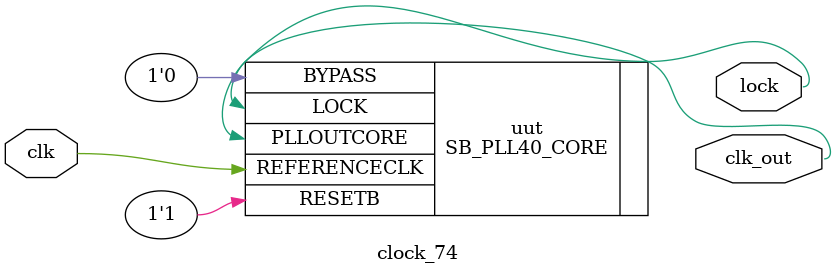
<source format=v>
module clock_74 (
  input wire clk,
  output wire clk_out,
  output wire lock
);
  SB_PLL40_CORE #(.FEEDBACK_PATH("SIMPLE"),
    .PLLOUT_SELECT("GENCLK"),
    .DIVR(4'b0000),
    .DIVF(7'b0110000),
    .DIVQ(3'b011),
    .FILTER_RANGE(3'b001)
  ) uut (
    .REFERENCECLK(clk),
    .PLLOUTCORE(clk_out),
    .LOCK(lock),
    .RESETB(1'b1),
    .BYPASS(1'b0)
  );

endmodule

</source>
